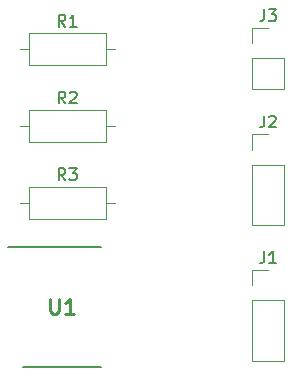
<source format=gbr>
%TF.GenerationSoftware,KiCad,Pcbnew,8.0.8*%
%TF.CreationDate,2025-02-03T10:46:48-05:00*%
%TF.ProjectId,CurrentDriverBoard,43757272-656e-4744-9472-69766572426f,rev?*%
%TF.SameCoordinates,Original*%
%TF.FileFunction,Legend,Top*%
%TF.FilePolarity,Positive*%
%FSLAX46Y46*%
G04 Gerber Fmt 4.6, Leading zero omitted, Abs format (unit mm)*
G04 Created by KiCad (PCBNEW 8.0.8) date 2025-02-03 10:46:48*
%MOMM*%
%LPD*%
G01*
G04 APERTURE LIST*
%ADD10C,0.150000*%
%ADD11C,0.254000*%
%ADD12C,0.120000*%
%ADD13C,0.200000*%
G04 APERTURE END LIST*
D10*
X160166666Y-90124819D02*
X160166666Y-90839104D01*
X160166666Y-90839104D02*
X160119047Y-90981961D01*
X160119047Y-90981961D02*
X160023809Y-91077200D01*
X160023809Y-91077200D02*
X159880952Y-91124819D01*
X159880952Y-91124819D02*
X159785714Y-91124819D01*
X161166666Y-91124819D02*
X160595238Y-91124819D01*
X160880952Y-91124819D02*
X160880952Y-90124819D01*
X160880952Y-90124819D02*
X160785714Y-90267676D01*
X160785714Y-90267676D02*
X160690476Y-90362914D01*
X160690476Y-90362914D02*
X160595238Y-90410533D01*
X143333333Y-84084819D02*
X143000000Y-83608628D01*
X142761905Y-84084819D02*
X142761905Y-83084819D01*
X142761905Y-83084819D02*
X143142857Y-83084819D01*
X143142857Y-83084819D02*
X143238095Y-83132438D01*
X143238095Y-83132438D02*
X143285714Y-83180057D01*
X143285714Y-83180057D02*
X143333333Y-83275295D01*
X143333333Y-83275295D02*
X143333333Y-83418152D01*
X143333333Y-83418152D02*
X143285714Y-83513390D01*
X143285714Y-83513390D02*
X143238095Y-83561009D01*
X143238095Y-83561009D02*
X143142857Y-83608628D01*
X143142857Y-83608628D02*
X142761905Y-83608628D01*
X143666667Y-83084819D02*
X144285714Y-83084819D01*
X144285714Y-83084819D02*
X143952381Y-83465771D01*
X143952381Y-83465771D02*
X144095238Y-83465771D01*
X144095238Y-83465771D02*
X144190476Y-83513390D01*
X144190476Y-83513390D02*
X144238095Y-83561009D01*
X144238095Y-83561009D02*
X144285714Y-83656247D01*
X144285714Y-83656247D02*
X144285714Y-83894342D01*
X144285714Y-83894342D02*
X144238095Y-83989580D01*
X144238095Y-83989580D02*
X144190476Y-84037200D01*
X144190476Y-84037200D02*
X144095238Y-84084819D01*
X144095238Y-84084819D02*
X143809524Y-84084819D01*
X143809524Y-84084819D02*
X143714286Y-84037200D01*
X143714286Y-84037200D02*
X143666667Y-83989580D01*
X143333333Y-77584819D02*
X143000000Y-77108628D01*
X142761905Y-77584819D02*
X142761905Y-76584819D01*
X142761905Y-76584819D02*
X143142857Y-76584819D01*
X143142857Y-76584819D02*
X143238095Y-76632438D01*
X143238095Y-76632438D02*
X143285714Y-76680057D01*
X143285714Y-76680057D02*
X143333333Y-76775295D01*
X143333333Y-76775295D02*
X143333333Y-76918152D01*
X143333333Y-76918152D02*
X143285714Y-77013390D01*
X143285714Y-77013390D02*
X143238095Y-77061009D01*
X143238095Y-77061009D02*
X143142857Y-77108628D01*
X143142857Y-77108628D02*
X142761905Y-77108628D01*
X143714286Y-76680057D02*
X143761905Y-76632438D01*
X143761905Y-76632438D02*
X143857143Y-76584819D01*
X143857143Y-76584819D02*
X144095238Y-76584819D01*
X144095238Y-76584819D02*
X144190476Y-76632438D01*
X144190476Y-76632438D02*
X144238095Y-76680057D01*
X144238095Y-76680057D02*
X144285714Y-76775295D01*
X144285714Y-76775295D02*
X144285714Y-76870533D01*
X144285714Y-76870533D02*
X144238095Y-77013390D01*
X144238095Y-77013390D02*
X143666667Y-77584819D01*
X143666667Y-77584819D02*
X144285714Y-77584819D01*
X160166666Y-78624819D02*
X160166666Y-79339104D01*
X160166666Y-79339104D02*
X160119047Y-79481961D01*
X160119047Y-79481961D02*
X160023809Y-79577200D01*
X160023809Y-79577200D02*
X159880952Y-79624819D01*
X159880952Y-79624819D02*
X159785714Y-79624819D01*
X160595238Y-78720057D02*
X160642857Y-78672438D01*
X160642857Y-78672438D02*
X160738095Y-78624819D01*
X160738095Y-78624819D02*
X160976190Y-78624819D01*
X160976190Y-78624819D02*
X161071428Y-78672438D01*
X161071428Y-78672438D02*
X161119047Y-78720057D01*
X161119047Y-78720057D02*
X161166666Y-78815295D01*
X161166666Y-78815295D02*
X161166666Y-78910533D01*
X161166666Y-78910533D02*
X161119047Y-79053390D01*
X161119047Y-79053390D02*
X160547619Y-79624819D01*
X160547619Y-79624819D02*
X161166666Y-79624819D01*
X143333333Y-71084819D02*
X143000000Y-70608628D01*
X142761905Y-71084819D02*
X142761905Y-70084819D01*
X142761905Y-70084819D02*
X143142857Y-70084819D01*
X143142857Y-70084819D02*
X143238095Y-70132438D01*
X143238095Y-70132438D02*
X143285714Y-70180057D01*
X143285714Y-70180057D02*
X143333333Y-70275295D01*
X143333333Y-70275295D02*
X143333333Y-70418152D01*
X143333333Y-70418152D02*
X143285714Y-70513390D01*
X143285714Y-70513390D02*
X143238095Y-70561009D01*
X143238095Y-70561009D02*
X143142857Y-70608628D01*
X143142857Y-70608628D02*
X142761905Y-70608628D01*
X144285714Y-71084819D02*
X143714286Y-71084819D01*
X144000000Y-71084819D02*
X144000000Y-70084819D01*
X144000000Y-70084819D02*
X143904762Y-70227676D01*
X143904762Y-70227676D02*
X143809524Y-70322914D01*
X143809524Y-70322914D02*
X143714286Y-70370533D01*
X160166666Y-69624819D02*
X160166666Y-70339104D01*
X160166666Y-70339104D02*
X160119047Y-70481961D01*
X160119047Y-70481961D02*
X160023809Y-70577200D01*
X160023809Y-70577200D02*
X159880952Y-70624819D01*
X159880952Y-70624819D02*
X159785714Y-70624819D01*
X160547619Y-69624819D02*
X161166666Y-69624819D01*
X161166666Y-69624819D02*
X160833333Y-70005771D01*
X160833333Y-70005771D02*
X160976190Y-70005771D01*
X160976190Y-70005771D02*
X161071428Y-70053390D01*
X161071428Y-70053390D02*
X161119047Y-70101009D01*
X161119047Y-70101009D02*
X161166666Y-70196247D01*
X161166666Y-70196247D02*
X161166666Y-70434342D01*
X161166666Y-70434342D02*
X161119047Y-70529580D01*
X161119047Y-70529580D02*
X161071428Y-70577200D01*
X161071428Y-70577200D02*
X160976190Y-70624819D01*
X160976190Y-70624819D02*
X160690476Y-70624819D01*
X160690476Y-70624819D02*
X160595238Y-70577200D01*
X160595238Y-70577200D02*
X160547619Y-70529580D01*
D11*
X142062380Y-94114318D02*
X142062380Y-95142413D01*
X142062380Y-95142413D02*
X142122857Y-95263365D01*
X142122857Y-95263365D02*
X142183333Y-95323842D01*
X142183333Y-95323842D02*
X142304285Y-95384318D01*
X142304285Y-95384318D02*
X142546190Y-95384318D01*
X142546190Y-95384318D02*
X142667142Y-95323842D01*
X142667142Y-95323842D02*
X142727619Y-95263365D01*
X142727619Y-95263365D02*
X142788095Y-95142413D01*
X142788095Y-95142413D02*
X142788095Y-94114318D01*
X144058095Y-95384318D02*
X143332380Y-95384318D01*
X143695237Y-95384318D02*
X143695237Y-94114318D01*
X143695237Y-94114318D02*
X143574285Y-94295746D01*
X143574285Y-94295746D02*
X143453333Y-94416699D01*
X143453333Y-94416699D02*
X143332380Y-94477175D01*
D12*
%TO.C,J1*%
X159170000Y-91670000D02*
X160500000Y-91670000D01*
X159170000Y-93000000D02*
X159170000Y-91670000D01*
X159170000Y-94270000D02*
X159170000Y-99410000D01*
X159170000Y-94270000D02*
X161830000Y-94270000D01*
X159170000Y-99410000D02*
X161830000Y-99410000D01*
X161830000Y-94270000D02*
X161830000Y-99410000D01*
%TO.C,R3*%
X139460000Y-86000000D02*
X140230000Y-86000000D01*
X140230000Y-84630000D02*
X140230000Y-87370000D01*
X140230000Y-87370000D02*
X146770000Y-87370000D01*
X146770000Y-84630000D02*
X140230000Y-84630000D01*
X146770000Y-87370000D02*
X146770000Y-84630000D01*
X147540000Y-86000000D02*
X146770000Y-86000000D01*
%TO.C,R2*%
X139460000Y-79500000D02*
X140230000Y-79500000D01*
X140230000Y-78130000D02*
X140230000Y-80870000D01*
X140230000Y-80870000D02*
X146770000Y-80870000D01*
X146770000Y-78130000D02*
X140230000Y-78130000D01*
X146770000Y-80870000D02*
X146770000Y-78130000D01*
X147540000Y-79500000D02*
X146770000Y-79500000D01*
%TO.C,J2*%
X159170000Y-80170000D02*
X160500000Y-80170000D01*
X159170000Y-81500000D02*
X159170000Y-80170000D01*
X159170000Y-82770000D02*
X159170000Y-87910000D01*
X159170000Y-82770000D02*
X161830000Y-82770000D01*
X159170000Y-87910000D02*
X161830000Y-87910000D01*
X161830000Y-82770000D02*
X161830000Y-87910000D01*
%TO.C,R1*%
X139460000Y-73000000D02*
X140230000Y-73000000D01*
X140230000Y-71630000D02*
X140230000Y-74370000D01*
X140230000Y-74370000D02*
X146770000Y-74370000D01*
X146770000Y-71630000D02*
X140230000Y-71630000D01*
X146770000Y-74370000D02*
X146770000Y-71630000D01*
X147540000Y-73000000D02*
X146770000Y-73000000D01*
%TO.C,J3*%
X159170000Y-71170000D02*
X160500000Y-71170000D01*
X159170000Y-72500000D02*
X159170000Y-71170000D01*
X159170000Y-73770000D02*
X159170000Y-76370000D01*
X159170000Y-73770000D02*
X161830000Y-73770000D01*
X159170000Y-76370000D02*
X161830000Y-76370000D01*
X161830000Y-73770000D02*
X161830000Y-76370000D01*
D13*
%TO.C,U1*%
X138495000Y-89730000D02*
X146330000Y-89730000D01*
X139730000Y-99890000D02*
X146330000Y-99890000D01*
%TD*%
M02*

</source>
